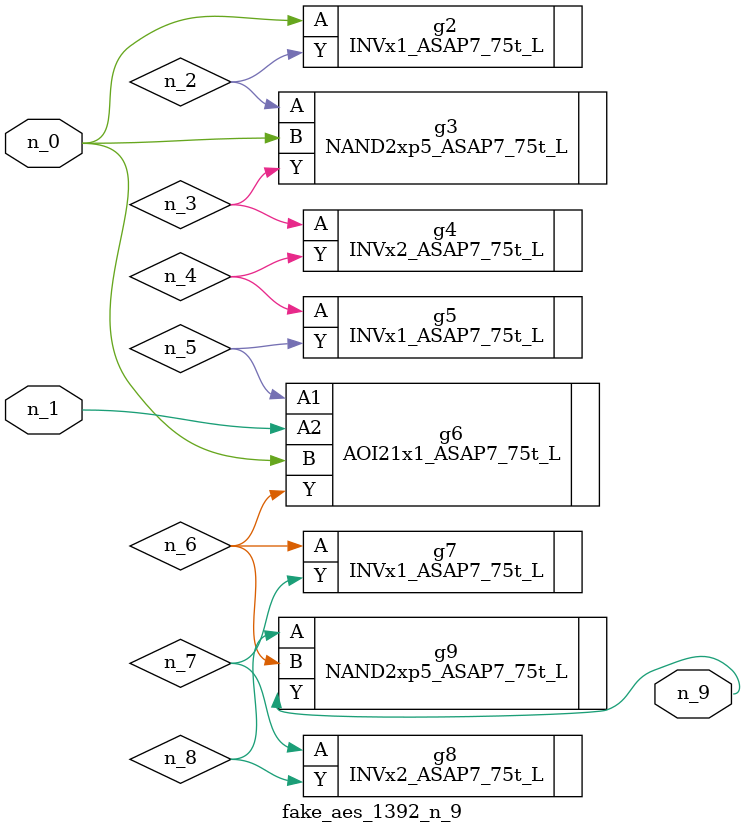
<source format=v>
module fake_aes_1392_n_9 (n_1, n_0, n_9);
input n_1;
input n_0;
output n_9;
wire n_2;
wire n_6;
wire n_4;
wire n_3;
wire n_5;
wire n_7;
wire n_8;
INVx1_ASAP7_75t_L g2 ( .A(n_0), .Y(n_2) );
NAND2xp5_ASAP7_75t_L g3 ( .A(n_2), .B(n_0), .Y(n_3) );
INVx2_ASAP7_75t_L g4 ( .A(n_3), .Y(n_4) );
INVx1_ASAP7_75t_L g5 ( .A(n_4), .Y(n_5) );
AOI21x1_ASAP7_75t_L g6 ( .A1(n_5), .A2(n_1), .B(n_0), .Y(n_6) );
INVx1_ASAP7_75t_L g7 ( .A(n_6), .Y(n_7) );
INVx2_ASAP7_75t_L g8 ( .A(n_7), .Y(n_8) );
NAND2xp5_ASAP7_75t_L g9 ( .A(n_8), .B(n_6), .Y(n_9) );
endmodule
</source>
